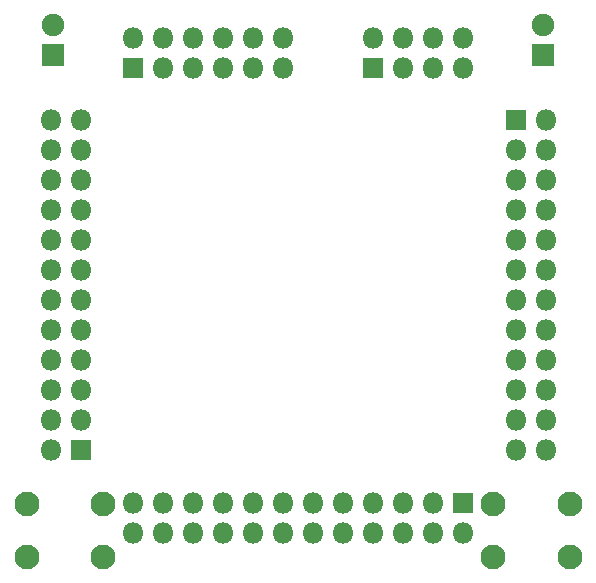
<source format=gbr>
%TF.GenerationSoftware,KiCad,Pcbnew,(5.1.6)-1*%
%TF.CreationDate,2020-11-19T20:50:07+01:00*%
%TF.ProjectId,F373RCT6_MSDB,46333733-5243-4543-965f-4d5344422e6b,rev?*%
%TF.SameCoordinates,Original*%
%TF.FileFunction,Soldermask,Bot*%
%TF.FilePolarity,Negative*%
%FSLAX46Y46*%
G04 Gerber Fmt 4.6, Leading zero omitted, Abs format (unit mm)*
G04 Created by KiCad (PCBNEW (5.1.6)-1) date 2020-11-19 20:50:07*
%MOMM*%
%LPD*%
G01*
G04 APERTURE LIST*
%ADD10C,2.100000*%
%ADD11C,1.900000*%
%ADD12R,1.900000X1.900000*%
%ADD13O,1.800000X1.800000*%
%ADD14R,1.800000X1.800000*%
G04 APERTURE END LIST*
D10*
%TO.C,SW2*%
X157700000Y-116200000D03*
X157700000Y-120700000D03*
X151200000Y-116200000D03*
X151200000Y-120700000D03*
%TD*%
%TO.C,SW1*%
X118200000Y-116200000D03*
X118200000Y-120700000D03*
X111700000Y-116200000D03*
X111700000Y-120700000D03*
%TD*%
D11*
%TO.C,D2*%
X155450000Y-75660000D03*
D12*
X155450000Y-78200000D03*
%TD*%
D11*
%TO.C,D1*%
X113950000Y-75660000D03*
D12*
X113950000Y-78200000D03*
%TD*%
D13*
%TO.C,J5*%
X155655000Y-111670000D03*
X153115000Y-111670000D03*
X155655000Y-109130000D03*
X153115000Y-109130000D03*
X155655000Y-106590000D03*
X153115000Y-106590000D03*
X155655000Y-104050000D03*
X153115000Y-104050000D03*
X155655000Y-101510000D03*
X153115000Y-101510000D03*
X155655000Y-98970000D03*
X153115000Y-98970000D03*
X155655000Y-96430000D03*
X153115000Y-96430000D03*
X155655000Y-93890000D03*
X153115000Y-93890000D03*
X155655000Y-91350000D03*
X153115000Y-91350000D03*
X155655000Y-88810000D03*
X153115000Y-88810000D03*
X155655000Y-86270000D03*
X153115000Y-86270000D03*
X155655000Y-83730000D03*
D14*
X153115000Y-83730000D03*
%TD*%
D13*
%TO.C,J4*%
X120730000Y-118655000D03*
X120730000Y-116115000D03*
X123270000Y-118655000D03*
X123270000Y-116115000D03*
X125810000Y-118655000D03*
X125810000Y-116115000D03*
X128350000Y-118655000D03*
X128350000Y-116115000D03*
X130890000Y-118655000D03*
X130890000Y-116115000D03*
X133430000Y-118655000D03*
X133430000Y-116115000D03*
X135970000Y-118655000D03*
X135970000Y-116115000D03*
X138510000Y-118655000D03*
X138510000Y-116115000D03*
X141050000Y-118655000D03*
X141050000Y-116115000D03*
X143590000Y-118655000D03*
X143590000Y-116115000D03*
X146130000Y-118655000D03*
X146130000Y-116115000D03*
X148670000Y-118655000D03*
D14*
X148670000Y-116115000D03*
%TD*%
%TO.C,J3*%
X116285000Y-111670000D03*
D13*
X113745000Y-111670000D03*
X116285000Y-109130000D03*
X113745000Y-109130000D03*
X116285000Y-106590000D03*
X113745000Y-106590000D03*
X116285000Y-104050000D03*
X113745000Y-104050000D03*
X116285000Y-101510000D03*
X113745000Y-101510000D03*
X116285000Y-98970000D03*
X113745000Y-98970000D03*
X116285000Y-96430000D03*
X113745000Y-96430000D03*
X116285000Y-93890000D03*
X113745000Y-93890000D03*
X116285000Y-91350000D03*
X113745000Y-91350000D03*
X116285000Y-88810000D03*
X113745000Y-88810000D03*
X116285000Y-86270000D03*
X113745000Y-86270000D03*
X116285000Y-83730000D03*
X113745000Y-83730000D03*
%TD*%
%TO.C,J2*%
X133430000Y-76745000D03*
X133430000Y-79285000D03*
X130890000Y-76745000D03*
X130890000Y-79285000D03*
X128350000Y-76745000D03*
X128350000Y-79285000D03*
X125810000Y-76745000D03*
X125810000Y-79285000D03*
X123270000Y-76745000D03*
X123270000Y-79285000D03*
X120730000Y-76745000D03*
D14*
X120730000Y-79285000D03*
%TD*%
D13*
%TO.C,J1*%
X148670000Y-76745000D03*
X148670000Y-79285000D03*
X146130000Y-76745000D03*
X146130000Y-79285000D03*
X143590000Y-76745000D03*
X143590000Y-79285000D03*
X141050000Y-76745000D03*
D14*
X141050000Y-79285000D03*
%TD*%
M02*

</source>
